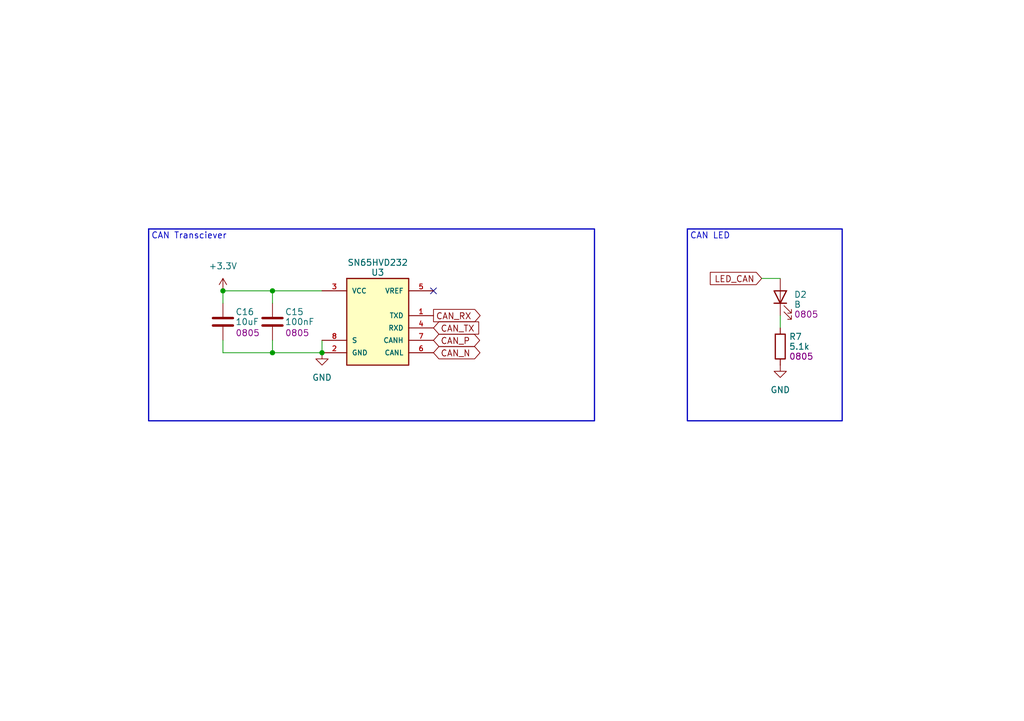
<source format=kicad_sch>
(kicad_sch (version 20231120) (generator "eeschema") (generator_version "8.0")
  (paper "A5")
  (title_block (title "ARM-JL Driver") (date "2025-02-03") (rev "REV0") (company "RobotiqueUdeS") (comment 1 "Made by Philippe Michaud"))
  (lib_symbols
    (symbol "RoverLibrary:CAN-Transceiver-SN65HVD232" (pin_names (offset 1.016))
      (property "Reference" "U" (at 0 7.62 0))
      (property "Value" "SN65HVD232" (at 0 8.89 0))
      (property "STATUS" "APPROVED" (at -0.254 11.43 0))
      (symbol "CAN-Transceiver-SN65HVD232_0_0"
        (rectangle (start -6.35 6.35) (end 6.35 -11.43) (stroke (width 0.254)) (fill (type background)))
        (pin power_in line (at -11.43 -8.89 0) (length 5.08) (name "GND") (number "2"))
        (pin power_in line (at -11.43 3.81 0) (length 5.08) (name "VCC") (number "3"))
        (pin bidirectional line (at 11.43 -8.89 180) (length 5.08) (name "CANL") (number "6"))
        (pin bidirectional line (at 11.43 -6.35 180) (length 5.08) (name "CANH") (number "7"))
        (pin input line (at -11.43 -6.35 0) (length 5.08) (name "S") (number "8"))
      )
      (symbol "CAN-Transceiver-SN65HVD232_1_0"
        (pin output line (at 11.43 -1.27 180) (length 5.08) (name "TXD") (number "1"))
        (pin input line (at 11.43 -3.81 180) (length 5.08) (name "RXD") (number "4"))
        (pin power_out line (at 11.43 3.81 180) (length 5.08) (name "VREF") (number "5"))
      )
    )
    (symbol "RoverLibrary:C_0805" (pin_numbers hide) (pin_names (offset 0.254))
      (property "Reference" "C" (at 2.54 2.032 0))
      (property "Value" "~" (at 2.54 0 0))
      (property "Package" "0805" (at 2.54 -2.286 0))
      (symbol "C_0805_0_1"
        (polyline (pts (xy -2.032 -0.762) (xy 2.032 -0.762)) (stroke (width 0.508)))
        (polyline (pts (xy -2.032 0.762) (xy 2.032 0.762)) (stroke (width 0.508)))
      )
      (symbol "C_0805_1_1"
        (pin passive line (at 0 3.81 270) (length 2.794) (name "~") (number "1"))
        (pin passive line (at 0 -3.81 90) (length 2.794) (name "~") (number "2"))
      )
    )
    (symbol "RoverLibrary:LED" (pin_numbers hide) (pin_names (offset 1.016) hide)
      (property "Reference" "D" (at 0 2.54 0))
      (property "Value" "LED" (at 0 -2.54 0))
      (symbol "LED_0_1"
        (polyline (pts (xy -1.27 -1.27) (xy -1.27 1.27)) (stroke (width 0.254)))
        (polyline (pts (xy -1.27 0) (xy 1.27 0)))
        (polyline (pts (xy 1.27 -1.27) (xy 1.27 1.27) (xy -1.27 0) (xy 1.27 -1.27)) (stroke (width 0.254)))
        (polyline (pts (xy -3.048 -0.762) (xy -4.572 -2.286) (xy -3.81 -2.286) (xy -4.572 -2.286) (xy -4.572 -1.524)))
        (polyline (pts (xy -1.778 -0.762) (xy -3.302 -2.286) (xy -2.54 -2.286) (xy -3.302 -2.286) (xy -3.302 -1.524)))
      )
      (symbol "LED_1_1"
        (pin passive line (at -3.81 0 0) (length 2.54) (name "K") (number "1"))
        (pin passive line (at 3.81 0 180) (length 2.54) (name "A") (number "2"))
      )
    )
    (symbol "RoverLibrary:R_0805" (pin_numbers hide) (pin_names (offset 0))
      (property "Reference" "R" (at 2.032 0 90))
      (property "Value" "k" (at 0 0 90))
      (property "Package" "0805" (at -2.286 0 90))
      (symbol "R_0805_0_1"
        (rectangle (start -1.016 -2.54) (end 1.016 2.54) (stroke (width 0.254)))
      )
      (symbol "R_0805_1_1"
        (pin passive line (at 0 3.81 270) (length 1.27) (name "~") (number "1"))
        (pin passive line (at 0 -3.81 90) (length 1.27) (name "~") (number "2"))
      )
    )
    (symbol "power:+3.3V" (power) (pin_numbers hide) (pin_names (offset 0) hide)
      (property "Value" "+3.3V" (at 0 3.556 0))
      (symbol "+3.3V_0_1"
        (polyline (pts (xy -0.762 1.27) (xy 0 2.54)))
        (polyline (pts (xy 0 0) (xy 0 2.54)))
        (polyline (pts (xy 0 2.54) (xy 0.762 1.27)))
      )
      (symbol "+3.3V_1_1"
        (pin power_in line (at 0 0 90) (length 0) (name "~") (number "1"))
      )
    )
    (symbol "power:GND" (power) (pin_numbers hide) (pin_names (offset 0) hide)
      (property "Value" "GND" (at 0 -3.81 0))
      (symbol "GND_0_1"
        (polyline (pts (xy 0 0) (xy 0 -1.27) (xy 1.27 -1.27) (xy 0 -2.54) (xy -1.27 -1.27) (xy 0 -1.27)))
      )
      (symbol "GND_1_1"
        (pin power_in line (at 0 0 270) (length 0) (name "~") (number "1"))
      )
    )
  )
  (junction (at 66.04 72.39))
  (junction (at 45.72 59.69))
  (junction (at 55.88 72.39))
  (junction (at 55.88 59.69))
  (no_connect (at 88.9 59.69))
  (wire (pts (xy 156.21 57.15) (xy 160.02 57.15)))
  (wire (pts (xy 55.88 62.23) (xy 55.88 59.69)))
  (wire (pts (xy 160.02 67.31) (xy 160.02 64.77)))
  (wire (pts (xy 66.04 69.85) (xy 66.04 72.39)))
  (wire (pts (xy 55.88 59.69) (xy 66.04 59.69)))
  (wire (pts (xy 45.72 59.69) (xy 55.88 59.69)))
  (wire (pts (xy 55.88 72.39) (xy 66.04 72.39)))
  (wire (pts (xy 45.72 69.85) (xy 45.72 72.39)))
  (wire (pts (xy 45.72 72.39) (xy 55.88 72.39)))
  (wire (pts (xy 55.88 69.85) (xy 55.88 72.39)))
  (wire (pts (xy 45.72 62.23) (xy 45.72 59.69)))
  (rectangle (start 140.97 46.99) (end 172.72 86.36) (stroke (width 0.254)))
  (rectangle (start 30.48 46.99) (end 121.92 86.36) (stroke (width 0.254)))
  (text "CAN Transciever" (at 30.988 48.514 0) (effects (font (size 1.27 1.27)) (justify left)))
  (text "CAN LED" (at 141.478 48.514 0) (effects (font (size 1.27 1.27)) (justify left)))
  (global_label "CAN_TX" (shape input) (at 88.9 67.31 0) (property "Intersheetrefs" "${INTERSHEET_REFS}" (effects (hide yes))))
  (global_label "CAN_RX" (shape output) (at 88.9 64.77 0) (property "Intersheetrefs" "${INTERSHEET_REFS}" (effects (hide yes))))
  (global_label "LED_CAN" (shape input) (at 156.21 57.15 180) (property "Intersheetrefs" "${INTERSHEET_REFS}" (effects (hide yes))))
  (global_label "CAN_N" (shape bidirectional) (at 88.9 72.39 0) (property "Intersheetrefs" "${INTERSHEET_REFS}" (effects (hide yes))))
  (global_label "CAN_P" (shape bidirectional) (at 88.9 69.85 0) (property "Intersheetrefs" "${INTERSHEET_REFS}" (effects (hide yes))))
  (symbol (lib_id "power:+3.3V") (at 45.72 59.69 0) (unit 1)
    (property "Reference" "#PWR0101" (effects (hide yes)))
    (property "Value" "+3.3V" (at 45.72 54.61 0))
    (property "Description" "Power symbol creates a global label with name \"+3.3V\"" (effects (hide yes)))
  )
  (symbol (lib_id "RoverLibrary:C_0805") (at 55.88 66.04 0) (unit 1)
    (property "Reference" "C15" (at 58.42 64.008 0) (effects (justify left)))
    (property "Value" "100nF" (at 58.42 66.04 0) (effects (justify left)))
    (property "Footprint" "Capacitor_SMD:C_0805_2012Metric_Pad1.18x1.45mm_HandSolder" (effects (hide yes)))
    (property "Description" "Unpolarized capacitor" (effects (hide yes)))
    (property "Package" "0805" (at 58.42 68.326 0) (effects (justify left)))
  )
  (symbol (lib_id "power:GND") (at 66.04 72.39 0) (unit 1)
    (property "Reference" "#PWR0102" (effects (hide yes)))
    (property "Value" "GND" (at 66.04 77.47 0))
    (property "Description" "Power symbol creates a global label with name \"GND\" , ground" (effects (hide yes)))
  )
  (symbol (lib_id "power:GND") (at 160.02 74.93 0) (unit 1)
    (property "Reference" "#PWR032" (effects (hide yes)))
    (property "Value" "GND" (at 160.02 80.01 0))
    (property "Description" "Power symbol creates a global label with name \"GND\" , ground" (effects (hide yes)))
  )
  (symbol (lib_id "RoverLibrary:R_0805") (at 160.02 71.12 180) (unit 1)
    (property "Reference" "R7" (at 161.798 69.088 0) (effects (justify right)))
    (property "Value" "5.1k" (at 161.798 71.12 0) (effects (justify right)))
    (property "Footprint" "Resistor_SMD:R_0805_2012Metric_Pad1.20x1.40mm_HandSolder" (effects (hide yes)))
    (property "Description" "Resistor" (effects (hide yes)))
    (property "Package" "0805" (at 161.798 73.152 0) (effects (justify right)))
  )
  (symbol (lib_id "RoverLibrary:C_0805") (at 45.72 66.04 0) (unit 1)
    (property "Reference" "C16" (at 48.26 64.008 0) (effects (justify left)))
    (property "Value" "10uF" (at 48.26 66.04 0) (effects (justify left)))
    (property "Footprint" "Capacitor_SMD:C_0805_2012Metric_Pad1.18x1.45mm_HandSolder" (effects (hide yes)))
    (property "Description" "Unpolarized capacitor" (effects (hide yes)))
    (property "Package" "0805" (at 48.26 68.326 0) (effects (justify left)))
  )
  (symbol (lib_id "RoverLibrary:LED") (at 160.02 60.96 90) (unit 1)
    (property "Reference" "D2" (at 162.814 60.452 90) (effects (justify right)))
    (property "Value" "B" (at 162.814 62.484 90) (effects (justify right)))
    (property "Footprint" "LED_SMD:LED_0805_2012Metric_Pad1.15x1.40mm_HandSolder" (effects (hide yes)))
    (property "Description" "Light emitting diode" (effects (hide yes)))
    (property "Package" "0805" (at 162.814 64.516 90) (effects (justify right)))
  )
  (symbol (lib_id "RoverLibrary:CAN-Transceiver-SN65HVD232") (at 77.47 63.5 0) (unit 1)
    (property "Reference" "U3" (at 77.47 56.642 0) (effects (justify bottom)))
    (property "Value" "SN65HVD232" (at 77.47 54.61 0) (effects (justify bottom)))
    (property "Footprint" "Package_SO:SOIC-8_3.9x4.9mm_P1.27mm" (effects (hide yes)))
    (property "Datasheet" "https://www.ti.com/lit/ds/symlink/sn65hvd230.pdf?ts=1730319703644&ref_url=https%253A%252F%252Fwww.ti.com%252Fproduct%252FSN65HVD230" (effects (hide yes)))
    (property "Description" "CAN Transceiver" (effects (hide yes)))
    (property "PARTREV" "4" (effects (hide yes)))
    (property "STANDARD" "IPC 7351B" (effects (hide yes)))
    (property "MAXIMUM_PACKAGE_HEIGHT" "1.75 mm" (effects (hide yes)))
    (property "MANUFACTURER" "NXP USA" (effects (hide yes)))
    (property "STATUS" "APPROVED" (effects (hide yes)))
  )
)
</source>
